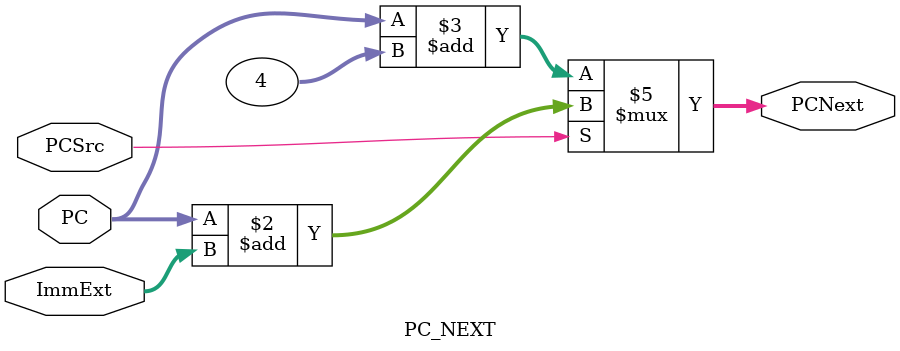
<source format=v>
module PC_NEXT(
    input [31:0] ImmExt,
    input [31:0] PC,
    input PCSrc,
    output reg [31:0] PCNext
);


always @(*) begin
    if(PCSrc) begin
      PCNext <= PC + ImmExt;
    end    
    else begin
      PCNext <= PC + 32'd4;
    end
end

endmodule
</source>
